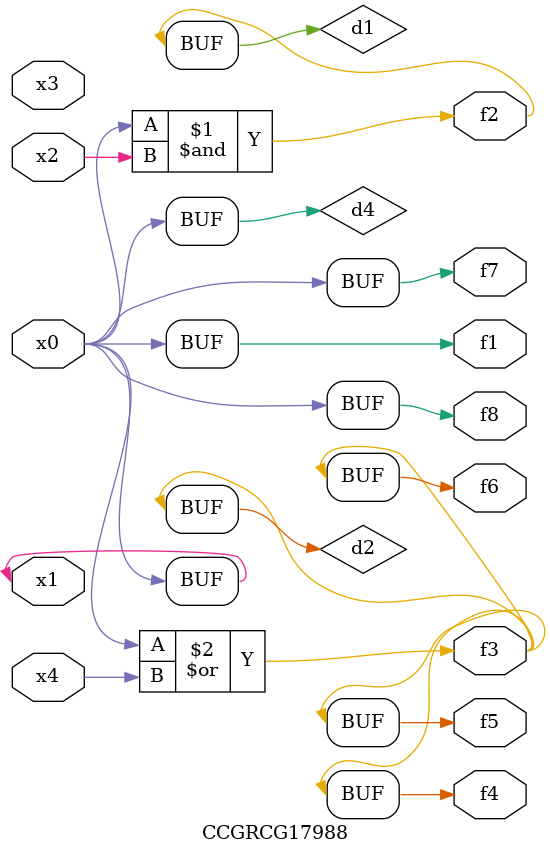
<source format=v>
module CCGRCG17988(
	input x0, x1, x2, x3, x4,
	output f1, f2, f3, f4, f5, f6, f7, f8
);

	wire d1, d2, d3, d4;

	and (d1, x0, x2);
	or (d2, x0, x4);
	nand (d3, x0, x2);
	buf (d4, x0, x1);
	assign f1 = d4;
	assign f2 = d1;
	assign f3 = d2;
	assign f4 = d2;
	assign f5 = d2;
	assign f6 = d2;
	assign f7 = d4;
	assign f8 = d4;
endmodule

</source>
